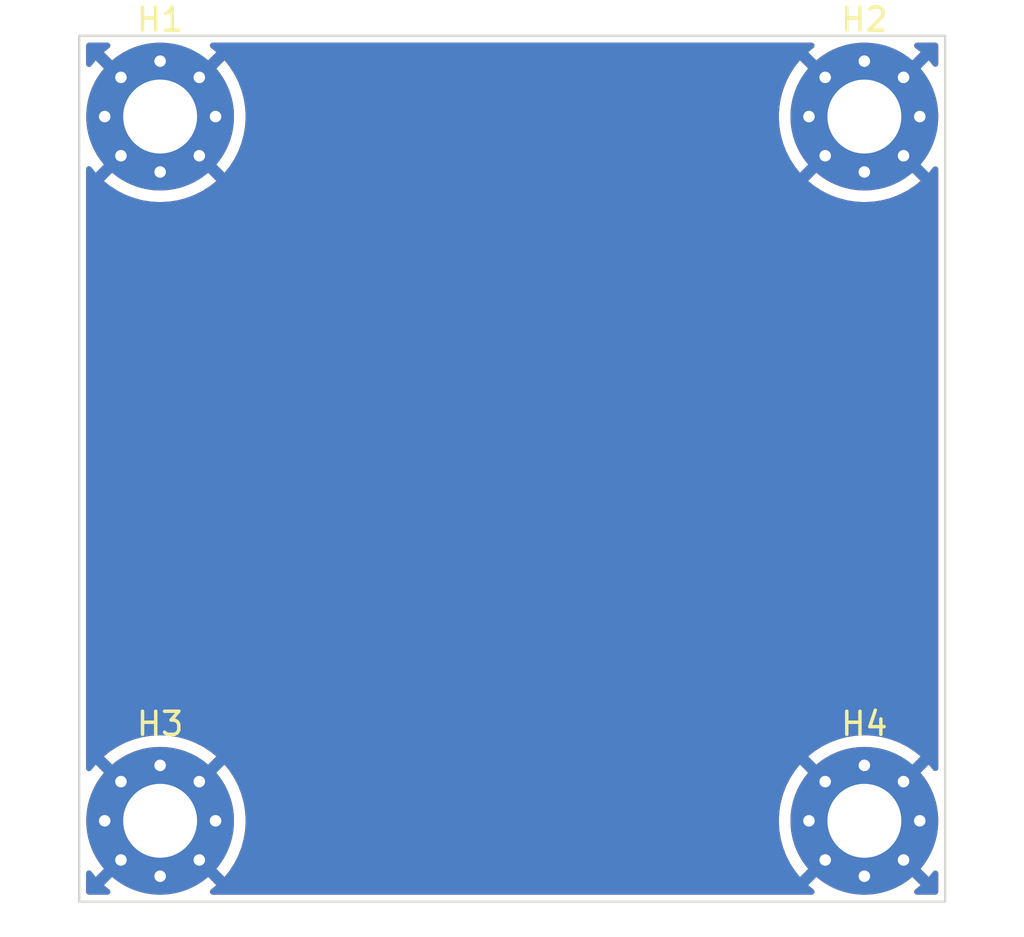
<source format=kicad_pcb>
(kicad_pcb (version 20240108) (generator "pcbnew") (generator_version "8.0")
  (layers (0 "F.Cu" signal) (31 "B.Cu" signal) (34 "B.Paste" user) (35 "F.Paste" user) (36 "B.SilkS" user "B.Silkscreen") (37 "F.SilkS" user "F.Silkscreen") (38 "B.Mask" user) (39 "F.Mask" user) (44 "Edge.Cuts" user))
  (net 0 "")
  (net 1 "GND")
  (footprint "MountingHole:MountingHole_3.2mm_M3_Pad_Via" (layer "F.Cu") (at 170.3832 117.2664)
    (property "Reference" "H4" (at 0 -4.2 0) (layer "F.SilkS"))
    (property "Value" "MountingHole_Pad")
    (pad "1" thru_hole circle (at -2.4 0) (size 0.8 0.8) (drill 0.5) (layers "*.Cu" "*.Mask") (net 1 "GND"))
    (pad "1" thru_hole circle (at -1.697056 -1.697056) (size 0.8 0.8) (drill 0.5) (layers "*.Cu" "*.Mask") (net 1 "GND"))
    (pad "1" thru_hole circle (at -1.697056 1.697056) (size 0.8 0.8) (drill 0.5) (layers "*.Cu" "*.Mask") (net 1 "GND"))
    (pad "1" thru_hole circle (at 0 -2.4) (size 0.8 0.8) (drill 0.5) (layers "*.Cu" "*.Mask") (net 1 "GND"))
    (pad "1" thru_hole circle (at 0 0) (size 6.4 6.4) (drill 3.2) (layers "*.Cu" "*.Mask") (net 1 "GND"))
    (pad "1" thru_hole circle (at 0 2.4) (size 0.8 0.8) (drill 0.5) (layers "*.Cu" "*.Mask") (net 1 "GND"))
    (pad "1" thru_hole circle (at 1.697056 -1.697056) (size 0.8 0.8) (drill 0.5) (layers "*.Cu" "*.Mask") (net 1 "GND"))
    (pad "1" thru_hole circle (at 1.697056 1.697056) (size 0.8 0.8) (drill 0.5) (layers "*.Cu" "*.Mask") (net 1 "GND"))
    (pad "1" thru_hole circle (at 2.4 0) (size 0.8 0.8) (drill 0.5) (layers "*.Cu" "*.Mask") (net 1 "GND"))
  )
  (footprint "MountingHole:MountingHole_3.2mm_M3_Pad_Via" (layer "F.Cu") (at 170.3832 86.7664)
    (property "Reference" "H2" (at 0 -4.2 0) (layer "F.SilkS"))
    (property "Value" "MountingHole_Pad")
    (pad "1" thru_hole circle (at -2.4 0) (size 0.8 0.8) (drill 0.5) (layers "*.Cu" "*.Mask") (net 1 "GND"))
    (pad "1" thru_hole circle (at -1.697056 -1.697056) (size 0.8 0.8) (drill 0.5) (layers "*.Cu" "*.Mask") (net 1 "GND"))
    (pad "1" thru_hole circle (at -1.697056 1.697056) (size 0.8 0.8) (drill 0.5) (layers "*.Cu" "*.Mask") (net 1 "GND"))
    (pad "1" thru_hole circle (at 0 -2.4) (size 0.8 0.8) (drill 0.5) (layers "*.Cu" "*.Mask") (net 1 "GND"))
    (pad "1" thru_hole circle (at 0 0) (size 6.4 6.4) (drill 3.2) (layers "*.Cu" "*.Mask") (net 1 "GND"))
    (pad "1" thru_hole circle (at 0 2.4) (size 0.8 0.8) (drill 0.5) (layers "*.Cu" "*.Mask") (net 1 "GND"))
    (pad "1" thru_hole circle (at 1.697056 -1.697056) (size 0.8 0.8) (drill 0.5) (layers "*.Cu" "*.Mask") (net 1 "GND"))
    (pad "1" thru_hole circle (at 1.697056 1.697056) (size 0.8 0.8) (drill 0.5) (layers "*.Cu" "*.Mask") (net 1 "GND"))
    (pad "1" thru_hole circle (at 2.4 0) (size 0.8 0.8) (drill 0.5) (layers "*.Cu" "*.Mask") (net 1 "GND"))
  )
  (footprint "MountingHole:MountingHole_3.2mm_M3_Pad_Via" (layer "F.Cu") (at 139.8832 117.2664)
    (property "Reference" "H3" (at 0 -4.2 0) (layer "F.SilkS"))
    (property "Value" "MountingHole_Pad")
    (pad "1" thru_hole circle (at -2.4 0) (size 0.8 0.8) (drill 0.5) (layers "*.Cu" "*.Mask") (net 1 "GND"))
    (pad "1" thru_hole circle (at -1.697056 -1.697056) (size 0.8 0.8) (drill 0.5) (layers "*.Cu" "*.Mask") (net 1 "GND"))
    (pad "1" thru_hole circle (at -1.697056 1.697056) (size 0.8 0.8) (drill 0.5) (layers "*.Cu" "*.Mask") (net 1 "GND"))
    (pad "1" thru_hole circle (at 0 -2.4) (size 0.8 0.8) (drill 0.5) (layers "*.Cu" "*.Mask") (net 1 "GND"))
    (pad "1" thru_hole circle (at 0 0) (size 6.4 6.4) (drill 3.2) (layers "*.Cu" "*.Mask") (net 1 "GND"))
    (pad "1" thru_hole circle (at 0 2.4) (size 0.8 0.8) (drill 0.5) (layers "*.Cu" "*.Mask") (net 1 "GND"))
    (pad "1" thru_hole circle (at 1.697056 -1.697056) (size 0.8 0.8) (drill 0.5) (layers "*.Cu" "*.Mask") (net 1 "GND"))
    (pad "1" thru_hole circle (at 1.697056 1.697056) (size 0.8 0.8) (drill 0.5) (layers "*.Cu" "*.Mask") (net 1 "GND"))
    (pad "1" thru_hole circle (at 2.4 0) (size 0.8 0.8) (drill 0.5) (layers "*.Cu" "*.Mask") (net 1 "GND"))
  )
  (footprint "MountingHole:MountingHole_3.2mm_M3_Pad_Via" (layer "F.Cu") (at 139.8832 86.7664)
    (property "Reference" "H1" (at 0 -4.2 0) (layer "F.SilkS"))
    (property "Value" "MountingHole_Pad")
    (pad "1" thru_hole circle (at -2.4 0) (size 0.8 0.8) (drill 0.5) (layers "*.Cu" "*.Mask") (net 1 "GND"))
    (pad "1" thru_hole circle (at -1.697056 -1.697056) (size 0.8 0.8) (drill 0.5) (layers "*.Cu" "*.Mask") (net 1 "GND"))
    (pad "1" thru_hole circle (at -1.697056 1.697056) (size 0.8 0.8) (drill 0.5) (layers "*.Cu" "*.Mask") (net 1 "GND"))
    (pad "1" thru_hole circle (at 0 -2.4) (size 0.8 0.8) (drill 0.5) (layers "*.Cu" "*.Mask") (net 1 "GND"))
    (pad "1" thru_hole circle (at 0 0) (size 6.4 6.4) (drill 3.2) (layers "*.Cu" "*.Mask") (net 1 "GND"))
    (pad "1" thru_hole circle (at 0 2.4) (size 0.8 0.8) (drill 0.5) (layers "*.Cu" "*.Mask") (net 1 "GND"))
    (pad "1" thru_hole circle (at 1.697056 -1.697056) (size 0.8 0.8) (drill 0.5) (layers "*.Cu" "*.Mask") (net 1 "GND"))
    (pad "1" thru_hole circle (at 1.697056 1.697056) (size 0.8 0.8) (drill 0.5) (layers "*.Cu" "*.Mask") (net 1 "GND"))
    (pad "1" thru_hole circle (at 2.4 0) (size 0.8 0.8) (drill 0.5) (layers "*.Cu" "*.Mask") (net 1 "GND"))
  )
  (gr_rect (start 136.3774 83.266) (end 173.8836 120.7664) (stroke (width 0.1)) (fill none) (layer "Edge.Cuts"))
  (zone (net 1) (net_name "GND") (layers "F&B.Cu") (connect_pads (clearance 0.5)) (min_thickness 0.25) (fill yes (thermal_gap 0.5) (thermal_bridge_width 0.5))
    (polygon (pts (xy 136.3774 83.266) (xy 136.3774 120.7664) (xy 173.8836 120.7664) (xy 173.8836 83.266)))
  )
)
</source>
